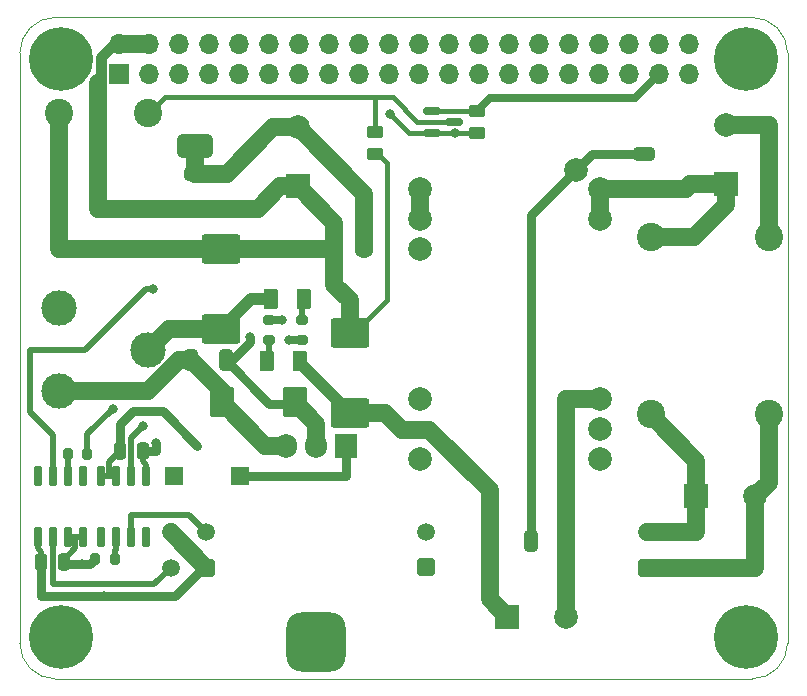
<source format=gtl>
G04 #@! TF.GenerationSoftware,KiCad,Pcbnew,7.0.6*
G04 #@! TF.CreationDate,2023-08-28T17:59:06+03:00*
G04 #@! TF.ProjectId,power_sheld,706f7765-725f-4736-9865-6c642e6b6963,rev?*
G04 #@! TF.SameCoordinates,Original*
G04 #@! TF.FileFunction,Copper,L1,Top*
G04 #@! TF.FilePolarity,Positive*
%FSLAX46Y46*%
G04 Gerber Fmt 4.6, Leading zero omitted, Abs format (unit mm)*
G04 Created by KiCad (PCBNEW 7.0.6) date 2023-08-28 17:59:06*
%MOMM*%
%LPD*%
G01*
G04 APERTURE LIST*
G04 Aperture macros list*
%AMRoundRect*
0 Rectangle with rounded corners*
0 $1 Rounding radius*
0 $2 $3 $4 $5 $6 $7 $8 $9 X,Y pos of 4 corners*
0 Add a 4 corners polygon primitive as box body*
4,1,4,$2,$3,$4,$5,$6,$7,$8,$9,$2,$3,0*
0 Add four circle primitives for the rounded corners*
1,1,$1+$1,$2,$3*
1,1,$1+$1,$4,$5*
1,1,$1+$1,$6,$7*
1,1,$1+$1,$8,$9*
0 Add four rect primitives between the rounded corners*
20,1,$1+$1,$2,$3,$4,$5,0*
20,1,$1+$1,$4,$5,$6,$7,0*
20,1,$1+$1,$6,$7,$8,$9,0*
20,1,$1+$1,$8,$9,$2,$3,0*%
G04 Aperture macros list end*
G04 #@! TA.AperFunction,ComponentPad*
%ADD10C,0.800000*%
G04 #@! TD*
G04 #@! TA.AperFunction,ComponentPad*
%ADD11C,5.400000*%
G04 #@! TD*
G04 #@! TA.AperFunction,SMDPad,CuDef*
%ADD12RoundRect,0.200000X0.275000X-0.200000X0.275000X0.200000X-0.275000X0.200000X-0.275000X-0.200000X0*%
G04 #@! TD*
G04 #@! TA.AperFunction,ComponentPad*
%ADD13R,2.000000X2.000000*%
G04 #@! TD*
G04 #@! TA.AperFunction,ComponentPad*
%ADD14C,2.000000*%
G04 #@! TD*
G04 #@! TA.AperFunction,ComponentPad*
%ADD15R,1.500000X1.500000*%
G04 #@! TD*
G04 #@! TA.AperFunction,SMDPad,CuDef*
%ADD16RoundRect,0.250000X-0.375000X-0.625000X0.375000X-0.625000X0.375000X0.625000X-0.375000X0.625000X0*%
G04 #@! TD*
G04 #@! TA.AperFunction,SMDPad,CuDef*
%ADD17RoundRect,0.200000X0.200000X0.275000X-0.200000X0.275000X-0.200000X-0.275000X0.200000X-0.275000X0*%
G04 #@! TD*
G04 #@! TA.AperFunction,SMDPad,CuDef*
%ADD18RoundRect,0.250000X0.450000X-0.262500X0.450000X0.262500X-0.450000X0.262500X-0.450000X-0.262500X0*%
G04 #@! TD*
G04 #@! TA.AperFunction,SMDPad,CuDef*
%ADD19RoundRect,0.250000X0.650000X-0.325000X0.650000X0.325000X-0.650000X0.325000X-0.650000X-0.325000X0*%
G04 #@! TD*
G04 #@! TA.AperFunction,SMDPad,CuDef*
%ADD20RoundRect,0.150000X-0.587500X-0.150000X0.587500X-0.150000X0.587500X0.150000X-0.587500X0.150000X0*%
G04 #@! TD*
G04 #@! TA.AperFunction,ComponentPad*
%ADD21RoundRect,0.250001X0.499999X0.499999X-0.499999X0.499999X-0.499999X-0.499999X0.499999X-0.499999X0*%
G04 #@! TD*
G04 #@! TA.AperFunction,ComponentPad*
%ADD22C,1.500000*%
G04 #@! TD*
G04 #@! TA.AperFunction,SMDPad,CuDef*
%ADD23RoundRect,0.250000X-0.325000X-0.650000X0.325000X-0.650000X0.325000X0.650000X-0.325000X0.650000X0*%
G04 #@! TD*
G04 #@! TA.AperFunction,SMDPad,CuDef*
%ADD24RoundRect,0.250000X-0.250000X-0.475000X0.250000X-0.475000X0.250000X0.475000X-0.250000X0.475000X0*%
G04 #@! TD*
G04 #@! TA.AperFunction,SMDPad,CuDef*
%ADD25RoundRect,0.150000X0.150000X-0.725000X0.150000X0.725000X-0.150000X0.725000X-0.150000X-0.725000X0*%
G04 #@! TD*
G04 #@! TA.AperFunction,SMDPad,CuDef*
%ADD26RoundRect,0.250000X0.375000X0.625000X-0.375000X0.625000X-0.375000X-0.625000X0.375000X-0.625000X0*%
G04 #@! TD*
G04 #@! TA.AperFunction,ComponentPad*
%ADD27C,3.000000*%
G04 #@! TD*
G04 #@! TA.AperFunction,ComponentPad*
%ADD28C,2.400000*%
G04 #@! TD*
G04 #@! TA.AperFunction,SMDPad,CuDef*
%ADD29RoundRect,0.150000X-0.150000X0.725000X-0.150000X-0.725000X0.150000X-0.725000X0.150000X0.725000X0*%
G04 #@! TD*
G04 #@! TA.AperFunction,ComponentPad*
%ADD30R,1.905000X2.000000*%
G04 #@! TD*
G04 #@! TA.AperFunction,ComponentPad*
%ADD31O,1.905000X2.000000*%
G04 #@! TD*
G04 #@! TA.AperFunction,SMDPad,CuDef*
%ADD32RoundRect,1.250000X1.250000X1.250000X-1.250000X1.250000X-1.250000X-1.250000X1.250000X-1.250000X0*%
G04 #@! TD*
G04 #@! TA.AperFunction,SMDPad,CuDef*
%ADD33RoundRect,0.250000X-1.400000X-1.000000X1.400000X-1.000000X1.400000X1.000000X-1.400000X1.000000X0*%
G04 #@! TD*
G04 #@! TA.AperFunction,SMDPad,CuDef*
%ADD34RoundRect,0.250000X0.325000X0.650000X-0.325000X0.650000X-0.325000X-0.650000X0.325000X-0.650000X0*%
G04 #@! TD*
G04 #@! TA.AperFunction,SMDPad,CuDef*
%ADD35RoundRect,0.250000X-0.787500X-1.025000X0.787500X-1.025000X0.787500X1.025000X-0.787500X1.025000X0*%
G04 #@! TD*
G04 #@! TA.AperFunction,SMDPad,CuDef*
%ADD36RoundRect,0.250000X0.250000X0.475000X-0.250000X0.475000X-0.250000X-0.475000X0.250000X-0.475000X0*%
G04 #@! TD*
G04 #@! TA.AperFunction,SMDPad,CuDef*
%ADD37RoundRect,0.200000X-0.275000X0.200000X-0.275000X-0.200000X0.275000X-0.200000X0.275000X0.200000X0*%
G04 #@! TD*
G04 #@! TA.AperFunction,ComponentPad*
%ADD38R,1.600000X1.600000*%
G04 #@! TD*
G04 #@! TA.AperFunction,ComponentPad*
%ADD39C,1.600000*%
G04 #@! TD*
G04 #@! TA.AperFunction,ComponentPad*
%ADD40R,1.700000X1.700000*%
G04 #@! TD*
G04 #@! TA.AperFunction,ComponentPad*
%ADD41O,1.700000X1.700000*%
G04 #@! TD*
G04 #@! TA.AperFunction,ViaPad*
%ADD42C,0.800000*%
G04 #@! TD*
G04 #@! TA.AperFunction,Conductor*
%ADD43C,1.500000*%
G04 #@! TD*
G04 #@! TA.AperFunction,Conductor*
%ADD44C,0.800000*%
G04 #@! TD*
G04 #@! TA.AperFunction,Conductor*
%ADD45C,1.000000*%
G04 #@! TD*
G04 #@! TA.AperFunction,Conductor*
%ADD46C,0.400000*%
G04 #@! TD*
G04 #@! TA.AperFunction,Conductor*
%ADD47C,0.700000*%
G04 #@! TD*
G04 #@! TA.AperFunction,Conductor*
%ADD48C,0.500000*%
G04 #@! TD*
G04 #@! TA.AperFunction,Conductor*
%ADD49C,0.900000*%
G04 #@! TD*
G04 #@! TA.AperFunction,Profile*
%ADD50C,0.100000*%
G04 #@! TD*
G04 APERTURE END LIST*
D10*
X171543109Y-72068109D03*
X172136218Y-70636218D03*
X172136218Y-73500000D03*
X173568109Y-70043109D03*
D11*
X173568109Y-72068109D03*
D10*
X173568109Y-74093109D03*
X175000000Y-70636218D03*
X175000000Y-73500000D03*
X175593109Y-72068109D03*
D12*
X135940000Y-95865000D03*
X135940000Y-94215000D03*
D13*
X135580000Y-82867677D03*
D14*
X135580000Y-77867677D03*
D15*
X130670000Y-107420000D03*
D10*
X171543109Y-121068109D03*
X172136218Y-119636218D03*
X172136218Y-122500000D03*
X173568109Y-119043109D03*
D11*
X173568109Y-121068109D03*
D10*
X173568109Y-123093109D03*
X175000000Y-119636218D03*
X175000000Y-122500000D03*
X175593109Y-121068109D03*
D16*
X132990000Y-97650000D03*
X135790000Y-97650000D03*
D17*
X117765000Y-105540000D03*
X116115000Y-105540000D03*
D18*
X142150000Y-80112500D03*
X142150000Y-78287500D03*
D19*
X129220000Y-84775000D03*
X129220000Y-81825000D03*
D15*
X125090000Y-107420000D03*
D13*
X171840000Y-82700000D03*
D14*
X171840000Y-77700000D03*
D20*
X146972500Y-76457500D03*
X146972500Y-78357500D03*
X148847500Y-77407500D03*
D14*
X145950000Y-83090000D03*
X145950000Y-85630000D03*
X145950000Y-88170000D03*
X145950000Y-100870000D03*
X145950000Y-105950000D03*
X161190000Y-105950000D03*
X161190000Y-103410000D03*
X161190000Y-100870000D03*
X161190000Y-85630000D03*
X161190000Y-83090000D03*
X159200000Y-81470000D03*
D21*
X146500000Y-115115000D03*
D22*
X146500000Y-112115000D03*
D13*
X169340000Y-109100000D03*
D14*
X174340000Y-109100000D03*
D23*
X126585000Y-97600000D03*
X129535000Y-97600000D03*
D17*
X120090000Y-114400000D03*
X118440000Y-114400000D03*
D19*
X126920000Y-84775000D03*
X126920000Y-81825000D03*
D13*
X153327677Y-119320000D03*
D14*
X158327677Y-119320000D03*
D24*
X120565000Y-105290000D03*
X122465000Y-105290000D03*
D25*
X118975000Y-112545000D03*
X120245000Y-112545000D03*
X121515000Y-112545000D03*
X122785000Y-112545000D03*
X122785000Y-107395000D03*
X121515000Y-107395000D03*
X120245000Y-107395000D03*
X118975000Y-107395000D03*
D26*
X136150000Y-92440000D03*
X133350000Y-92440000D03*
D27*
X122960000Y-96700000D03*
D28*
X122960000Y-76700000D03*
D27*
X115360000Y-100200000D03*
X115360000Y-93200000D03*
D28*
X115360000Y-76700000D03*
D21*
X165170000Y-115160000D03*
D22*
X165170000Y-112160000D03*
D29*
X117385000Y-107395000D03*
X116115000Y-107395000D03*
X114845000Y-107395000D03*
X113575000Y-107395000D03*
X113575000Y-112545000D03*
X114845000Y-112545000D03*
X116115000Y-112545000D03*
X117385000Y-112545000D03*
D30*
X139710000Y-104820000D03*
D31*
X137170000Y-104820000D03*
X134630000Y-104820000D03*
D32*
X137170000Y-121480000D03*
D33*
X140020000Y-95270000D03*
X140020000Y-102070000D03*
D19*
X164920000Y-83090000D03*
X164920000Y-80140000D03*
D34*
X158327677Y-112895000D03*
X155377677Y-112895000D03*
D28*
X165470000Y-102150000D03*
X175470000Y-102150000D03*
X175470000Y-87150000D03*
X165470000Y-87150000D03*
D18*
X150787500Y-78320000D03*
X150787500Y-76495000D03*
D35*
X129147500Y-101170000D03*
X135372500Y-101170000D03*
D36*
X115800000Y-114650000D03*
X113900000Y-114650000D03*
D21*
X127830000Y-115165000D03*
D22*
X124830000Y-115165000D03*
X127830000Y-112165000D03*
X124830000Y-112165000D03*
D33*
X129110000Y-88140000D03*
X129110000Y-94940000D03*
D10*
X113543109Y-72068109D03*
X114136218Y-70636218D03*
X114136218Y-73500000D03*
X115568109Y-70043109D03*
D11*
X115568109Y-72068109D03*
D10*
X115568109Y-74093109D03*
X117000000Y-70636218D03*
X117000000Y-73500000D03*
X117593109Y-72068109D03*
X113543109Y-121068109D03*
X114136218Y-119636218D03*
X114136218Y-122500000D03*
X115568109Y-119043109D03*
D11*
X115568109Y-121068109D03*
D10*
X115568109Y-123093109D03*
X117000000Y-119636218D03*
X117000000Y-122500000D03*
X117593109Y-121068109D03*
D37*
X133200000Y-94215000D03*
X133200000Y-95865000D03*
D38*
X138707621Y-88140000D03*
D39*
X141207621Y-88140000D03*
D40*
X120468109Y-73358109D03*
D41*
X120468109Y-70818109D03*
X123008109Y-73358109D03*
X123008109Y-70818109D03*
X125548109Y-73358109D03*
X125548109Y-70818109D03*
X128088109Y-73358109D03*
X128088109Y-70818109D03*
X130628109Y-73358109D03*
X130628109Y-70818109D03*
X133168109Y-73358109D03*
X133168109Y-70818109D03*
X135708109Y-73358109D03*
X135708109Y-70818109D03*
X138248109Y-73358109D03*
X138248109Y-70818109D03*
X140788109Y-73358109D03*
X140788109Y-70818109D03*
X143328109Y-73358109D03*
X143328109Y-70818109D03*
X145868109Y-73358109D03*
X145868109Y-70818109D03*
X148408109Y-73358109D03*
X148408109Y-70818109D03*
X150948109Y-73358109D03*
X150948109Y-70818109D03*
X153488109Y-73358109D03*
X153488109Y-70818109D03*
X156028109Y-73358109D03*
X156028109Y-70818109D03*
X158568109Y-73358109D03*
X158568109Y-70818109D03*
X161108109Y-73358109D03*
X161108109Y-70818109D03*
X163648109Y-73358109D03*
X163648109Y-70818109D03*
X166188109Y-73358109D03*
X166188109Y-70818109D03*
X168728109Y-73358109D03*
X168728109Y-70818109D03*
D42*
X134860000Y-95865000D03*
X134270000Y-94215000D03*
X125920000Y-79950000D03*
X143400000Y-76730000D03*
X127920000Y-78950000D03*
X148898749Y-78357500D03*
X126920000Y-79950000D03*
X127920000Y-79950000D03*
X126920000Y-78950000D03*
X123570000Y-104600000D03*
X131590000Y-95630000D03*
X125920000Y-78950000D03*
X118668109Y-74090000D03*
X131470000Y-88140000D03*
X127090000Y-104820000D03*
X119930000Y-101700000D03*
X117330000Y-114860000D03*
X119230000Y-117580000D03*
X123376250Y-91540000D03*
X122465000Y-103195000D03*
D43*
X161190000Y-83090000D02*
X164920000Y-83090000D01*
X168850000Y-82700000D02*
X171840000Y-82700000D01*
X169180000Y-87150000D02*
X171840000Y-84490000D01*
X161190000Y-83090000D02*
X161190000Y-85630000D01*
X165470000Y-87150000D02*
X169180000Y-87150000D01*
X168460000Y-83090000D02*
X168850000Y-82700000D01*
X164920000Y-83090000D02*
X168460000Y-83090000D01*
X171840000Y-84490000D02*
X171840000Y-82700000D01*
X145950000Y-83090000D02*
X145950000Y-85630000D01*
X175470000Y-87150000D02*
X175470000Y-77700000D01*
X175470000Y-77700000D02*
X171840000Y-77700000D01*
X169340000Y-106100000D02*
X165470000Y-102230000D01*
X169340000Y-112160000D02*
X169340000Y-109100000D01*
X169340000Y-109100000D02*
X169340000Y-106100000D01*
X165170000Y-112160000D02*
X169340000Y-112160000D01*
X165470000Y-102230000D02*
X165470000Y-102150000D01*
X175470000Y-102150000D02*
X175470000Y-107970000D01*
X175470000Y-107970000D02*
X174340000Y-109100000D01*
X165170000Y-115160000D02*
X174340000Y-115160000D01*
X174340000Y-115160000D02*
X174340000Y-109100000D01*
D44*
X159200000Y-81470000D02*
X160530000Y-80140000D01*
X155377677Y-112895000D02*
X155377677Y-85292323D01*
X155377677Y-85292323D02*
X159200000Y-81470000D01*
X160530000Y-80140000D02*
X164920000Y-80140000D01*
D43*
X146740000Y-103510000D02*
X144430000Y-103510000D01*
X153327677Y-119320000D02*
X151850000Y-117842323D01*
X142990000Y-102070000D02*
X140020000Y-102070000D01*
D45*
X135790000Y-97840000D02*
X140020000Y-102070000D01*
D43*
X151850000Y-117842323D02*
X151850000Y-108620000D01*
X144430000Y-103510000D02*
X142990000Y-102070000D01*
D45*
X135790000Y-97650000D02*
X135790000Y-97840000D01*
D43*
X151850000Y-108620000D02*
X146740000Y-103510000D01*
D45*
X127920000Y-79950000D02*
X127920000Y-78950000D01*
D43*
X129220000Y-81825000D02*
X126920000Y-81825000D01*
D44*
X122465000Y-105290000D02*
X123570000Y-105290000D01*
X123570000Y-105290000D02*
X123570000Y-104600000D01*
X130052082Y-97600000D02*
X129535000Y-97600000D01*
X131590000Y-95630000D02*
X131590000Y-96062082D01*
D45*
X125920000Y-79950000D02*
X127920000Y-79950000D01*
D43*
X158327677Y-119320000D02*
X158327677Y-112895000D01*
D46*
X148898749Y-78357500D02*
X150750000Y-78357500D01*
D43*
X133532323Y-77867677D02*
X135580000Y-77867677D01*
D44*
X135282500Y-101260000D02*
X135372500Y-101170000D01*
D43*
X126920000Y-81825000D02*
X126920000Y-79950000D01*
X137170000Y-104820000D02*
X137170000Y-102967500D01*
X158327677Y-112895000D02*
X158327677Y-100870000D01*
X129575000Y-81825000D02*
X133532323Y-77867677D01*
D47*
X133200000Y-94215000D02*
X134270000Y-94215000D01*
D44*
X129535000Y-97600000D02*
X129535000Y-97610000D01*
D45*
X125920000Y-78950000D02*
X125920000Y-79950000D01*
D44*
X133185000Y-101260000D02*
X135282500Y-101260000D01*
D48*
X122465000Y-106125000D02*
X122465000Y-105290000D01*
X122785000Y-107395000D02*
X122785000Y-106445000D01*
D43*
X137170000Y-102967500D02*
X135372500Y-101170000D01*
X129220000Y-81825000D02*
X129575000Y-81825000D01*
X161190000Y-100870000D02*
X158327677Y-100870000D01*
D44*
X129535000Y-97610000D02*
X133185000Y-101260000D01*
D46*
X146972500Y-78357500D02*
X148898749Y-78357500D01*
D47*
X134860000Y-95865000D02*
X135940000Y-95865000D01*
D46*
X145027500Y-78357500D02*
X146972500Y-78357500D01*
X150750000Y-78357500D02*
X150787500Y-78320000D01*
D43*
X141207621Y-83495298D02*
X135580000Y-77867677D01*
X141207621Y-88140000D02*
X141207621Y-83495298D01*
D48*
X122785000Y-106445000D02*
X122465000Y-106125000D01*
D46*
X143400000Y-76730000D02*
X145027500Y-78357500D01*
D44*
X131590000Y-96062082D02*
X130052082Y-97600000D01*
D45*
X127920000Y-78950000D02*
X125920000Y-78950000D01*
D44*
X139710000Y-107420000D02*
X130670000Y-107420000D01*
X139710000Y-104820000D02*
X139710000Y-107420000D01*
D43*
X129147500Y-101170000D02*
X132797500Y-104820000D01*
D44*
X129147500Y-101170000D02*
X129147500Y-100687500D01*
D43*
X126585000Y-97600000D02*
X129147500Y-100162500D01*
X122904824Y-100220000D02*
X125524824Y-97600000D01*
X115360000Y-100200000D02*
X115380000Y-100220000D01*
X129147500Y-100162500D02*
X129147500Y-101170000D01*
X115380000Y-100220000D02*
X122904824Y-100220000D01*
X125524824Y-97600000D02*
X126585000Y-97600000D01*
X132797500Y-104820000D02*
X134630000Y-104820000D01*
X118668109Y-76410000D02*
X118668109Y-74090000D01*
X138707621Y-91207621D02*
X140020000Y-92520000D01*
X134112323Y-82867677D02*
X132205000Y-84775000D01*
X131470000Y-88140000D02*
X138707621Y-88140000D01*
X120468109Y-70818109D02*
X123008109Y-70818109D01*
X138707621Y-85995298D02*
X135580000Y-82867677D01*
X138707621Y-88140000D02*
X138707621Y-91207621D01*
D46*
X140380000Y-95270000D02*
X140020000Y-95270000D01*
D44*
X121680000Y-101910000D02*
X120565000Y-103025000D01*
D46*
X142362500Y-80112500D02*
X143120000Y-80870000D01*
X143120000Y-92530000D02*
X140380000Y-95270000D01*
D43*
X129110000Y-88140000D02*
X131470000Y-88140000D01*
D49*
X118918109Y-71908109D02*
X120008109Y-70818109D01*
D48*
X119610000Y-107395000D02*
X119610000Y-106245000D01*
D49*
X118668109Y-74090000D02*
X118918109Y-73840000D01*
D43*
X129110000Y-88140000D02*
X115360000Y-88140000D01*
D44*
X120565000Y-103025000D02*
X120565000Y-105290000D01*
D48*
X119610000Y-106245000D02*
X120565000Y-105290000D01*
D43*
X126920000Y-84775000D02*
X118668109Y-84775000D01*
D44*
X127090000Y-104820000D02*
X124180000Y-101910000D01*
D43*
X135580000Y-82867677D02*
X134112323Y-82867677D01*
X115360000Y-88140000D02*
X115360000Y-76700000D01*
D44*
X124180000Y-101910000D02*
X121680000Y-101910000D01*
D48*
X119610000Y-107395000D02*
X120245000Y-107395000D01*
D43*
X118668109Y-84775000D02*
X118668109Y-76410000D01*
X132205000Y-84775000D02*
X129220000Y-84775000D01*
D48*
X118975000Y-107395000D02*
X119610000Y-107395000D01*
D46*
X143120000Y-80870000D02*
X143120000Y-92530000D01*
D43*
X140020000Y-92520000D02*
X140020000Y-95270000D01*
X138707621Y-88140000D02*
X138707621Y-85995298D01*
D46*
X142150000Y-80112500D02*
X142362500Y-80112500D01*
D49*
X118918109Y-73840000D02*
X118918109Y-71908109D01*
D43*
X129220000Y-84775000D02*
X126920000Y-84775000D01*
D49*
X120008109Y-70818109D02*
X120468109Y-70818109D01*
D48*
X117765000Y-103865000D02*
X117765000Y-105540000D01*
X119930000Y-101700000D02*
X117765000Y-103865000D01*
X115800000Y-114470000D02*
X115800000Y-114650000D01*
X116115000Y-112545000D02*
X116760000Y-112545000D01*
D44*
X116010000Y-114860000D02*
X115800000Y-114650000D01*
D48*
X116760000Y-112545000D02*
X117385000Y-112545000D01*
D44*
X117980000Y-114860000D02*
X118440000Y-114400000D01*
D48*
X116760000Y-112545000D02*
X116760000Y-113510000D01*
D44*
X117330000Y-114860000D02*
X116010000Y-114860000D01*
X117330000Y-114860000D02*
X117980000Y-114860000D01*
D48*
X116760000Y-113510000D02*
X115800000Y-114470000D01*
X113900000Y-113820000D02*
X113575000Y-113495000D01*
D44*
X127609441Y-115165000D02*
X127830000Y-115165000D01*
X125194441Y-117580000D02*
X127609441Y-115165000D01*
X119230000Y-117580000D02*
X113900000Y-117580000D01*
D48*
X113575000Y-113495000D02*
X113575000Y-112545000D01*
D43*
X127830000Y-115165000D02*
X124830000Y-112165000D01*
D44*
X119230000Y-117580000D02*
X125194441Y-117580000D01*
D48*
X113900000Y-114650000D02*
X113900000Y-113820000D01*
D44*
X113900000Y-117580000D02*
X113900000Y-114650000D01*
D48*
X116115000Y-107395000D02*
X116115000Y-105540000D01*
D43*
X124720000Y-94940000D02*
X129110000Y-94940000D01*
D45*
X133350000Y-92440000D02*
X131610000Y-92440000D01*
D43*
X122960000Y-96700000D02*
X124720000Y-94940000D01*
D45*
X131610000Y-92440000D02*
X129110000Y-94940000D01*
D48*
X133200000Y-97440000D02*
X133200000Y-95865000D01*
X132990000Y-97650000D02*
X133200000Y-97440000D01*
X123376250Y-91540000D02*
X122750000Y-91540000D01*
X112950000Y-102000000D02*
X114845000Y-103895000D01*
X114845000Y-103895000D02*
X114845000Y-107395000D01*
X117590001Y-96699999D02*
X112950000Y-96699999D01*
X122750000Y-91540000D02*
X117590001Y-96699999D01*
X112950000Y-96699999D02*
X112950000Y-102000000D01*
D47*
X151912500Y-75370000D02*
X164176218Y-75370000D01*
D46*
X150750000Y-76457500D02*
X150787500Y-76495000D01*
D47*
X150787500Y-76495000D02*
X151912500Y-75370000D01*
X164176218Y-75370000D02*
X166188109Y-73358109D01*
D46*
X146972500Y-76457500D02*
X150750000Y-76457500D01*
D48*
X123415000Y-116580000D02*
X124830000Y-115165000D01*
X114850000Y-112550000D02*
X114850000Y-116580000D01*
X114845000Y-112545000D02*
X114850000Y-112550000D01*
X114850000Y-116580000D02*
X123415000Y-116580000D01*
X121515000Y-112545000D02*
X121515000Y-110690000D01*
X121515000Y-110690000D02*
X126355000Y-110690000D01*
X126355000Y-110690000D02*
X127830000Y-112165000D01*
D46*
X148847500Y-77407500D02*
X145727500Y-77407500D01*
X142150000Y-75340000D02*
X143660000Y-75340000D01*
X145727500Y-77407500D02*
X143660000Y-75340000D01*
X124320000Y-75340000D02*
X122960000Y-76700000D01*
X143660000Y-75340000D02*
X124320000Y-75340000D01*
X142150000Y-78287500D02*
X142150000Y-75340000D01*
D48*
X121515000Y-107395000D02*
X121515000Y-104145000D01*
X121515000Y-104145000D02*
X122465000Y-103195000D01*
X120090000Y-113770000D02*
X120090000Y-114400000D01*
X120245000Y-113615000D02*
X120090000Y-113770000D01*
X120245000Y-112545000D02*
X120245000Y-113615000D01*
X135940000Y-94215000D02*
X135940000Y-92650000D01*
X135940000Y-92650000D02*
X136150000Y-92440000D01*
D50*
X174068109Y-124568109D02*
G75*
G03*
X177068109Y-121568109I-9J3000009D01*
G01*
X112068109Y-71568109D02*
X112068109Y-121568109D01*
X177068109Y-121568109D02*
X177068109Y-71568109D01*
X115068109Y-68568109D02*
G75*
G03*
X112068109Y-71568109I-9J-2999991D01*
G01*
X115068109Y-124568109D02*
X174068109Y-124568109D01*
X174068109Y-68568109D02*
X115068109Y-68568109D01*
X112068091Y-121568109D02*
G75*
G03*
X115068109Y-124568109I3000009J9D01*
G01*
X177068091Y-71568109D02*
G75*
G03*
X174068109Y-68568109I-2999991J9D01*
G01*
M02*

</source>
